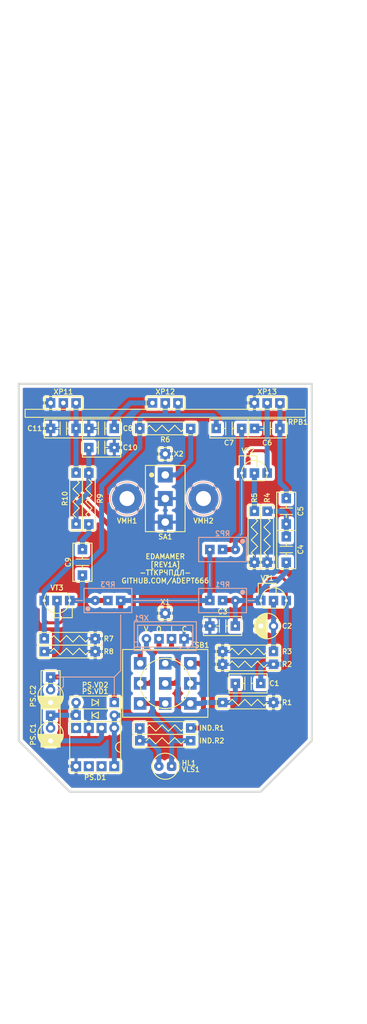
<source format=kicad_pcb>
(kicad_pcb (version 20171130) (host pcbnew 5.1.12-84ad8e8a86~92~ubuntu20.04.1)
  (title_block (title ТКП-1.28.A-1) (date 2024-08-24) (rev 1A) (company "Edamamer [REV1A]") (comment 1 http://github.com/Adept666) (comment 2 "Igor Ivanov (Игорь Иванов)") (comment 3 -ТТКРЧПДЛ-) (comment 4 "This project is licensed under GNU General Public License v3.0 or later"))
  (layers (0 F.Cu jumper) (31 B.Cu signal) (36 B.SilkS user) (37 F.SilkS user) (38 B.Mask user) (39 F.Mask user) (44 Edge.Cuts user))
  (net 0 "")
  (net 1 COM)
  (net 2 "Net-(HL1-PadC)")
  (net 3 /LED)
  (net 4 V)
  (net 5 /IN-CIR)
  (net 6 /IN-CON)
  (net 7 "Net-(SB1-PadNC1)")
  (net 8 /OUT-CIR)
  (net 9 /OUT-CON)
  (net 10 "Net-(C8-Pad1)")
  (net 11 "Net-(C9-Pad1)")
  (net 12 "Net-(C1-Pad2)")
  (net 13 "Net-(C7-Pad1)")
  (net 14 "Net-(C5-Pad2)")
  (net 15 "Net-(C7-Pad2)")
  (net 16 "Net-(C2-Pad+)")
  (net 17 "Net-(C3-Pad1)")
  (net 18 "Net-(C4-Pad2)")
  (net 19 "Net-(C6-Pad2)")
  (net 20 "Net-(C9-Pad2)")
  (net 21 "Net-(C10-Pad1)")
  (net 22 "Net-(C11-Pad1)")
  (net 23 "Net-(PS.C1-Pad-)")
  (net 24 "Net-(PS.C1-Pad+)")
  (net 25 VA)
  (net 26 "Net-(PS.D1-Pad4)")
  (net 27 "Net-(PS.D1-Pad6)")
  (net 28 "Net-(PS.D1-Pad7)")
  (net 29 "Net-(R5-Pad2)")
  (net 30 "Net-(R6-Pad1)")
  (net 31 "Net-(R8-Pad2)")
  (module KCL-TH-ML:SW-MTS-102-A2-3.0-PNL-6.0 (layer F.Cu) (at 105.41 147.32)
    (fp_text reference SA1 (at 0 7.62) (layer F.SilkS) (effects (font (thickness 0.2))))
    (fp_text value MTS-102-A2)
    (pad NC thru_hole rect (at 0 -4.7) (size 3 3) (drill 1.5) (layers *.Cu *.Mask) (net 30 "Net-(R6-Pad1)"))
    (pad COM thru_hole rect (at 0 0) (size 3 3) (drill 1.5) (layers *.Cu *.Mask) (net 1 COM))
    (pad NO thru_hole rect (at 0 4.7) (size 3 3) (drill 1.5) (layers *.Cu *.Mask) (net 1 COM))
  )
  (module KCL-TH-ML:VMH-STA-DA5-PNL-3.0 (layer F.Cu) (at 113.03 147.32)
    (fp_text reference VMH2 (at 0 4.445) (layer F.SilkS) (effects (font (thickness 0.2))))
    (fp_text value DI5M3x18)
    (pad 0 thru_hole circle (at 0 0) (size 6 6) (drill 3) (layers *.Cu *.Mask) (net 1 COM))
  )
  (module KCL-TH-ML:VMH-STA-DA5-PNL-3.0 (layer F.Cu) (at 97.79 147.32)
    (fp_text reference VMH1 (at 0 4.445) (layer F.SilkS) (effects (font (thickness 0.2))))
    (fp_text value DI5M3x18)
    (pad 0 thru_hole circle (at 0 0) (size 6 6) (drill 3) (layers *.Cu *.Mask) (net 1 COM))
  )
  (module SBKCL-TH-ML:P-SOT-23-D-S-G-OR-TO-92-D-S-G (layer F.Cu) (at 127 167.64)
    (fp_text reference VT1 (at -1.27 -4.445) (layer F.SilkS) (effects (font (thickness 0.2))))
    (fp_text value J201)
    (pad G smd rect (at -1.27 -2.37) (size 1 1.4) (layers F.Cu F.Mask) (net 12 "Net-(C1-Pad2)"))
    (pad G thru_hole rect (at 2.54 0) (size 1.9 1.9) (drill 0.6) (layers *.Cu *.Mask) (net 12 "Net-(C1-Pad2)"))
    (pad S thru_hole rect (at 0 0) (size 1.9 1.9) (drill 0.6) (layers *.Cu *.Mask) (net 16 "Net-(C2-Pad+)"))
    (pad D thru_hole rect (at -2.54 0) (size 1.9 1.9) (drill 0.6) (layers *.Cu *.Mask) (net 17 "Net-(C3-Pad1)"))
  )
  (module SBKCL-TH-ML:P-SOT-23-D-S-G-OR-TO-92-D-S-G (layer F.Cu) (at 83.82 167.64 180)
    (fp_text reference VT3 (at 0 2.54) (layer F.SilkS) (effects (font (thickness 0.2))))
    (fp_text value 5457)
    (pad G smd rect (at -1.27 -2.37 180) (size 1 1.4) (layers F.Cu F.Mask) (net 15 "Net-(C7-Pad2)"))
    (pad G thru_hole rect (at 2.54 0 180) (size 1.9 1.9) (drill 0.6) (layers *.Cu *.Mask) (net 15 "Net-(C7-Pad2)"))
    (pad S thru_hole rect (at 0 0 180) (size 1.9 1.9) (drill 0.6) (layers *.Cu *.Mask) (net 31 "Net-(R8-Pad2)"))
    (pad D thru_hole rect (at -2.54 0 180) (size 1.9 1.9) (drill 0.6) (layers *.Cu *.Mask) (net 11 "Net-(C9-Pad1)"))
  )
  (module SBKCL-TH-ML:P-SOT-23-D-S-G-OR-TO-92-D-S-G (layer F.Cu) (at 123.19 142.24)
    (fp_text reference VT2 (at -1.27 -4.445) (layer F.SilkS) (effects (font (thickness 0.2))))
    (fp_text value J201)
    (pad G smd rect (at -1.27 -2.37) (size 1 1.4) (layers F.Cu F.Mask) (net 19 "Net-(C6-Pad2)"))
    (pad G thru_hole rect (at 2.54 0) (size 1.9 1.9) (drill 0.6) (layers *.Cu *.Mask) (net 19 "Net-(C6-Pad2)"))
    (pad S thru_hole rect (at 0 0) (size 1.9 1.9) (drill 0.6) (layers *.Cu *.Mask) (net 29 "Net-(R5-Pad2)"))
    (pad D thru_hole rect (at -2.54 0) (size 1.9 1.9) (drill 0.6) (layers *.Cu *.Mask) (net 13 "Net-(C7-Pad1)"))
  )
  (module KCL-TH-ML:LED-ROUND-05.0-UNI-SH-SPACER-PNL-5.3 (layer F.Cu) (at 105.41 200.66)
    (fp_text reference HL1 (at 3.175 -0.635) (layer F.SilkS) (effects (font (thickness 0.2)) (justify left)))
    (fp_text value FYL-5013URC)
    (pad C thru_hole circle (at -1.27 0) (size 1.9 1.9) (drill 0.7) (layers *.Cu *.Mask) (net 2 "Net-(HL1-PadC)"))
    (pad A thru_hole roundrect (at 1.27 0) (size 1.9 1.9) (drill 0.7) (layers *.Cu *.Mask) (roundrect_rratio 0.3) (net 4 V))
  )
  (module KCL-TH-ML:CON-PAD-S-1.0-1.9 (layer F.Cu) (at 105.41 138.43)
    (fp_text reference X2 (at 1.5875 0) (layer F.SilkS) (effects (font (thickness 0.2)) (justify left)))
    (fp_text value COM)
    (pad 1 thru_hole rect (at 0 0) (size 1.9 1.9) (drill 1) (layers *.Cu *.Mask) (net 1 COM))
  )
  (module KCL-TH-ML:CON-PAD-S-1.0-1.9 (layer F.Cu) (at 105.41 170.18)
    (fp_text reference X1 (at 0 -2.2225) (layer F.SilkS) (effects (font (thickness 0.2))))
    (fp_text value COM)
    (pad 1 thru_hole rect (at 0 0) (size 1.9 1.9) (drill 1) (layers *.Cu *.Mask) (net 1 COM))
  )
  (module KCL-VIRTUAL:VLS-BR (layer F.Cu) (at 105.41 200.66)
    (fp_text reference VLS1 (at 3.175 0.635) (layer F.SilkS) (effects (font (thickness 0.2)) (justify left)))
    (fp_text value BR-12.7)
  )
  (module SBEL:1590N1_A1 (layer F.Cu) (at 105.41 148.59)
    (fp_text reference VE1 hide)
    (fp_text value 1590N1 hide)
  )
  (module KCL-TH-ML:SW-PBS-24-302SP-2.5-PNL-13.0 (layer F.Cu) (at 105.41 184.15)
    (fp_text reference SB1 (at 8.89 -7.62) (layer F.SilkS) (effects (font (thickness 0.2)) (justify right)))
    (fp_text value PBS-24-302SP)
    (pad COM3 thru_hole rect (at 5 0) (size 2.5 2.5) (drill 1.3) (layers *.Cu *.Mask) (net 1 COM))
    (pad NC3 thru_hole rect (at 5 4) (size 2.5 2.5) (drill 1.3) (layers *.Cu *.Mask) (net 5 /IN-CIR))
    (pad NO3 thru_hole rect (at 5 -4) (size 2.5 2.5) (drill 1.3) (layers *.Cu *.Mask) (net 3 /LED))
    (pad COM2 thru_hole rect (at 0 0) (size 2.5 2.5) (drill 1.3) (layers *.Cu *.Mask) (net 6 /IN-CON))
    (pad NC2 thru_hole rect (at 0 4) (size 2.5 2.5) (drill 1.3) (layers *.Cu *.Mask) (net 7 "Net-(SB1-PadNC1)"))
    (pad NO2 thru_hole rect (at 0 -4) (size 2.5 2.5) (drill 1.3) (layers *.Cu *.Mask) (net 5 /IN-CIR))
    (pad NO1 thru_hole rect (at -5 -4) (size 2.5 2.5) (drill 1.3) (layers *.Cu *.Mask) (net 8 /OUT-CIR))
    (pad COM1 thru_hole rect (at -5 0) (size 2.5 2.5) (drill 1.3) (layers *.Cu *.Mask) (net 9 /OUT-CON))
    (pad NC1 thru_hole rect (at -5 4) (size 2.5 2.5) (drill 1.3) (layers *.Cu *.Mask) (net 7 "Net-(SB1-PadNC1)"))
  )
  (module SBKCL-TH-ML:RPB-1590N1-18-3x17-1.6-PNL-7.4-2.8 (layer F.Cu) (at 105.41 117.04)
    (fp_text reference RPB1 (at 28.575 15.04) (layer F.SilkS) (effects (font (thickness 0.2)) (justify right)))
    (fp_text value A100K-A500K-A500K)
    (fp_text user XP12 (at 0 9.0075) (layer F.SilkS) (effects (font (thickness 0.2))))
    (fp_text user XP11 (at -20.32 9.0075) (layer F.SilkS) (effects (font (thickness 0.2))))
    (fp_text user XP13 (at 20.32 9.0075) (layer F.SilkS) (effects (font (thickness 0.2))))
    (pad 13 thru_hole rect (at -17.78 11.23) (size 1.9 1.9) (drill 0.9) (layers *.Cu *.Mask) (net 22 "Net-(C11-Pad1)"))
    (pad 12 thru_hole rect (at -20.32 11.23) (size 1.9 1.9) (drill 0.9) (layers *.Cu *.Mask) (net 8 /OUT-CIR))
    (pad 11 thru_hole rect (at -22.86 11.23) (size 1.9 1.9) (drill 0.9) (layers *.Cu *.Mask) (net 1 COM))
    (pad 21 thru_hole rect (at -2.54 11.23) (size 1.9 1.9) (drill 0.9) (layers *.Cu *.Mask) (net 10 "Net-(C8-Pad1)"))
    (pad 22 thru_hole rect (at 0 11.23) (size 1.9 1.9) (drill 0.9) (layers *.Cu *.Mask) (net 15 "Net-(C7-Pad2)"))
    (pad 23 thru_hole rect (at 2.54 11.23) (size 1.9 1.9) (drill 0.9) (layers *.Cu *.Mask) (net 15 "Net-(C7-Pad2)"))
    (pad 33 thru_hole rect (at 22.86 11.23) (size 1.9 1.9) (drill 0.9) (layers *.Cu *.Mask) (net 14 "Net-(C5-Pad2)"))
    (pad 32 thru_hole rect (at 20.32 11.23) (size 1.9 1.9) (drill 0.9) (layers *.Cu *.Mask) (net 19 "Net-(C6-Pad2)"))
    (pad 31 thru_hole rect (at 17.78 11.23) (size 1.9 1.9) (drill 0.9) (layers *.Cu *.Mask) (net 1 COM))
  )
  (module KCL-TH-ML:RP-3296W (layer B.Cu) (at 93.98 167.64)
    (fp_text reference RP3 (at 0 -3.175) (layer B.SilkS) (effects (font (thickness 0.2)) (justify mirror)))
    (fp_text value 50K)
    (pad 1 thru_hole circle (at -2.54 0) (size 1.9 1.9) (drill 0.6) (layers *.Cu *.Mask) (net 11 "Net-(C9-Pad1)"))
    (pad 2 thru_hole rect (at 0 0) (size 1.9 1.9) (drill 0.6) (layers *.Cu *.Mask) (net 11 "Net-(C9-Pad1)"))
    (pad 3 thru_hole rect (at 2.54 0) (size 1.9 1.9) (drill 0.6) (layers *.Cu *.Mask) (net 25 VA))
  )
  (module KCL-TH-ML:RP-3296W (layer B.Cu) (at 116.84 157.48 180)
    (fp_text reference RP2 (at 0 3.175) (layer B.SilkS) (effects (font (thickness 0.2)) (justify mirror)))
    (fp_text value 100K)
    (pad 1 thru_hole circle (at -2.54 0 180) (size 1.9 1.9) (drill 0.6) (layers *.Cu *.Mask) (net 13 "Net-(C7-Pad1)"))
    (pad 2 thru_hole rect (at 0 0 180) (size 1.9 1.9) (drill 0.6) (layers *.Cu *.Mask) (net 13 "Net-(C7-Pad1)"))
    (pad 3 thru_hole rect (at 2.54 0 180) (size 1.9 1.9) (drill 0.6) (layers *.Cu *.Mask) (net 25 VA))
  )
  (module KCL-TH-ML:RP-3296W (layer B.Cu) (at 116.84 167.64 180)
    (fp_text reference RP1 (at 0 3.175) (layer B.SilkS) (effects (font (thickness 0.2)) (justify mirror)))
    (fp_text value 100K)
    (pad 1 thru_hole circle (at -2.54 0 180) (size 1.9 1.9) (drill 0.6) (layers *.Cu *.Mask) (net 17 "Net-(C3-Pad1)"))
    (pad 2 thru_hole rect (at 0 0 180) (size 1.9 1.9) (drill 0.6) (layers *.Cu *.Mask) (net 17 "Net-(C3-Pad1)"))
    (pad 3 thru_hole rect (at 2.54 0 180) (size 1.9 1.9) (drill 0.6) (layers *.Cu *.Mask) (net 25 VA))
  )
  (module KCL-TH-ML:P-DO-41 (layer F.Cu) (at 91.44 187.96)
    (fp_text reference PS.VD2 (at 0 -3.4925) (layer F.SilkS) (effects (font (thickness 0.2))))
    (fp_text value 400x)
    (pad C thru_hole rect (at 3.81 0) (size 1.9 1.9) (drill 0.9) (layers *.Cu *.Mask) (net 25 VA))
    (pad A thru_hole circle (at -3.81 0) (size 1.9 1.9) (drill 0.9) (layers *.Cu *.Mask) (net 24 "Net-(PS.C1-Pad+)"))
  )
  (module KCL-TH-ML:P-DO-41 (layer F.Cu) (at 91.44 190.5 180)
    (fp_text reference PS.VD1 (at 0 4.7625) (layer F.SilkS) (effects (font (thickness 0.2))))
    (fp_text value 400x)
    (pad C thru_hole rect (at 3.81 0 180) (size 1.9 1.9) (drill 0.9) (layers *.Cu *.Mask) (net 24 "Net-(PS.C1-Pad+)"))
    (pad A thru_hole circle (at -3.81 0 180) (size 1.9 1.9) (drill 0.9) (layers *.Cu *.Mask) (net 4 V))
  )
  (module KCL:P-DIP-08 (layer F.Cu) (at 91.44 196.85 270)
    (fp_text reference PS.D1 (at 6.0325 0) (layer F.SilkS) (effects (font (thickness 0.2))))
    (fp_text value 7660S)
    (pad 1 thru_hole circle (at -3.81 -3.81 270) (size 2 2) (drill 1) (layers *.Cu *.Mask) (net 4 V))
    (pad 2 thru_hole rect (at -3.81 -1.27 270) (size 2 2) (drill 1) (layers *.Cu *.Mask) (net 23 "Net-(PS.C1-Pad-)"))
    (pad 3 thru_hole rect (at -3.81 1.27 270) (size 2 2) (drill 1) (layers *.Cu *.Mask) (net 1 COM))
    (pad 4 thru_hole rect (at -3.81 3.81 270) (size 2 2) (drill 1) (layers *.Cu *.Mask) (net 26 "Net-(PS.D1-Pad4)"))
    (pad 5 thru_hole rect (at 3.81 3.81 270) (size 2 2) (drill 1) (layers *.Cu *.Mask) (net 1 COM))
    (pad 6 thru_hole rect (at 3.81 1.27 270) (size 2 2) (drill 1) (layers *.Cu *.Mask) (net 27 "Net-(PS.D1-Pad6)"))
    (pad 7 thru_hole rect (at 3.81 -1.27 270) (size 2 2) (drill 1) (layers *.Cu *.Mask) (net 28 "Net-(PS.D1-Pad7)"))
    (pad 8 thru_hole rect (at 3.81 -3.81 270) (size 2 2) (drill 1) (layers *.Cu *.Mask) (net 4 V))
  )
  (module SBKCL-TH-ML:C-DISK-D04.2-T03.0-P05.08-d0.5-OR-CP-RADIAL-D05.0-P02.0-CLS (layer F.Cu) (at 82.55 185.42 270)
    (fp_text reference PS.C2 (at 1.27 3.4925 90) (layer F.SilkS) (effects (font (thickness 0.2))))
    (fp_text value 105)
    (pad + thru_hole rect (at -2.54 0 270) (size 1.9 1.9) (drill 0.6) (layers *.Cu *.Mask) (net 25 VA))
    (pad + thru_hole circle (at 0 0 270) (size 1.9 1.9) (drill 1) (layers *.Cu *.Mask) (net 25 VA))
    (pad - thru_hole rect (at 2.54 0 270) (size 1.9 1.9) (drill 1) (layers *.Cu *.Mask) (net 1 COM))
  )
  (module SBKCL-TH-ML:C-DISK-D04.2-T03.0-P05.08-d0.5-OR-CP-RADIAL-D05.0-P02.0-CLS (layer F.Cu) (at 82.55 193.04 270)
    (fp_text reference PS.C1 (at 1.27 3.4925 90) (layer F.SilkS) (effects (font (thickness 0.2))))
    (fp_text value 105)
    (pad + thru_hole rect (at -2.54 0 270) (size 1.9 1.9) (drill 0.6) (layers *.Cu *.Mask) (net 24 "Net-(PS.C1-Pad+)"))
    (pad + thru_hole circle (at 0 0 270) (size 1.9 1.9) (drill 1) (layers *.Cu *.Mask) (net 24 "Net-(PS.C1-Pad+)"))
    (pad - thru_hole rect (at 2.54 0 270) (size 1.9 1.9) (drill 1) (layers *.Cu *.Mask) (net 23 "Net-(PS.C1-Pad-)"))
  )
  (module KCL-TH-ML:C-DISK-D04.2-T03.0-P05.08-d0.5 (layer F.Cu) (at 85.09 133.35 180)
    (fp_text reference C11 (at 4.1275 0) (layer F.SilkS) (effects (font (thickness 0.2)) (justify right)))
    (fp_text value 332)
    (pad 1 thru_hole rect (at -2.54 0 180) (size 1.9 1.9) (drill 0.6) (layers *.Cu *.Mask) (net 22 "Net-(C11-Pad1)"))
    (pad 2 thru_hole rect (at 2.54 0 180) (size 1.9 1.9) (drill 0.6) (layers *.Cu *.Mask) (net 1 COM))
  )
  (module KCL-TH-ML:C-DISK-D04.2-T03.0-P05.08-d0.5 (layer F.Cu) (at 92.71 137.16)
    (fp_text reference C10 (at 4.1275 0) (layer F.SilkS) (effects (font (thickness 0.2)) (justify left)))
    (fp_text value 332)
    (pad 1 thru_hole rect (at -2.54 0) (size 1.9 1.9) (drill 0.6) (layers *.Cu *.Mask) (net 21 "Net-(C10-Pad1)"))
    (pad 2 thru_hole rect (at 2.54 0) (size 1.9 1.9) (drill 0.6) (layers *.Cu *.Mask) (net 1 COM))
  )
  (module KCL-TH-ML:C-DISK-D04.2-T03.0-P05.08-d0.5 (layer F.Cu) (at 125.73 133.35 180)
    (fp_text reference C6 (at 0 -2.8575) (layer F.SilkS) (effects (font (thickness 0.2))))
    (fp_text value 471)
    (pad 2 thru_hole rect (at 2.54 0 180) (size 1.9 1.9) (drill 0.6) (layers *.Cu *.Mask) (net 19 "Net-(C6-Pad2)"))
    (pad 1 thru_hole rect (at -2.54 0 180) (size 1.9 1.9) (drill 0.6) (layers *.Cu *.Mask) (net 14 "Net-(C5-Pad2)"))
  )
  (module KCL-TH-ML:C-DISK-D04.2-T03.0-P05.08-d0.5 (layer F.Cu) (at 129.54 157.48 90)
    (fp_text reference C4 (at 0 2.8575 90) (layer F.SilkS) (effects (font (thickness 0.2))))
    (fp_text value 472)
    (pad 1 thru_hole rect (at -2.54 0 90) (size 1.9 1.9) (drill 0.6) (layers *.Cu *.Mask) (net 17 "Net-(C3-Pad1)"))
    (pad 2 thru_hole rect (at 2.54 0 90) (size 1.9 1.9) (drill 0.6) (layers *.Cu *.Mask) (net 18 "Net-(C4-Pad2)"))
  )
  (module KCL-TH-ML:C-DISK-D04.2-T03.0-P05.08-d0.5 (layer F.Cu) (at 116.84 172.72 180)
    (fp_text reference C3 (at 0 2.8575) (layer F.SilkS) (effects (font (thickness 0.2))))
    (fp_text value 471)
    (pad 1 thru_hole rect (at -2.54 0 180) (size 1.9 1.9) (drill 0.6) (layers *.Cu *.Mask) (net 17 "Net-(C3-Pad1)"))
    (pad 2 thru_hole rect (at 2.54 0 180) (size 1.9 1.9) (drill 0.6) (layers *.Cu *.Mask) (net 1 COM))
  )
  (module KCL-TH-ML:CP-RADIAL-D05.0-P02.0-CLS (layer F.Cu) (at 125.73 172.72 180)
    (fp_text reference C2 (at -2.8575 0) (layer F.SilkS) (effects (font (thickness 0.2)) (justify left)))
    (fp_text value 336)
    (pad - thru_hole roundrect (at 1.27 0 180) (size 1.9 1.9) (drill 1) (layers *.Cu *.Mask) (roundrect_rratio 0.3) (net 1 COM))
    (pad + thru_hole circle (at -1.27 0 180) (size 1.9 1.9) (drill 1) (layers *.Cu *.Mask) (net 16 "Net-(C2-Pad+)"))
  )
  (module KCL-TH-ML:R-MFR-25 (layer F.Cu) (at 121.92 187.96 180)
    (fp_text reference R1 (at -6.6675 0) (layer F.SilkS) (effects (font (thickness 0.2)) (justify left)))
    (fp_text value 105)
    (pad 2 thru_hole rect (at 5.08 0 180) (size 1.9 1.9) (drill 0.7) (layers *.Cu *.Mask) (net 5 /IN-CIR))
    (pad 1 thru_hole rect (at -5.08 0 180) (size 1.9 1.9) (drill 0.7) (layers *.Cu *.Mask) (net 1 COM))
  )
  (module SBKCL-VIRTUAL:XB-1590N1 (layer F.Cu) (at 105.41 90.17)
    (fp_text reference XB1 hide)
    (fp_text value "1590N1 Connector Board" hide)
  )
  (module KCL-TH-ML:CON-XH-B4B-A (layer B.Cu) (at 105.41 175.26)
    (fp_text reference XP1 (at -6.35 -4.1275) (layer B.SilkS) (effects (font (thickness 0.2)) (justify right mirror)))
    (fp_text value B4B-XH-A)
    (pad 4 thru_hole rect (at 3.75 0) (size 1.9 1.9) (drill 0.9) (layers *.Cu *.Mask) (net 1 COM))
    (pad 3 thru_hole rect (at 1.25 0) (size 1.9 1.9) (drill 0.9) (layers *.Cu *.Mask) (net 6 /IN-CON))
    (pad 2 thru_hole rect (at -1.25 0) (size 1.9 1.9) (drill 0.9) (layers *.Cu *.Mask) (net 9 /OUT-CON))
    (pad 1 thru_hole circle (at -3.75 0) (size 1.9 1.9) (drill 0.9) (layers *.Cu *.Mask) (net 4 V))
  )
  (module KCL-TH-ML:R-MFR-25 (layer F.Cu) (at 86.36 175.26 180)
    (fp_text reference R7 (at -6.6675 0) (layer F.SilkS) (effects (font (thickness 0.2)) (justify left)))
    (fp_text value 474)
    (pad 2 thru_hole rect (at 5.08 0 180) (size 1.9 1.9) (drill 0.7) (layers *.Cu *.Mask) (net 15 "Net-(C7-Pad2)"))
    (pad 1 thru_hole rect (at -5.08 0 180) (size 1.9 1.9) (drill 0.7) (layers *.Cu *.Mask) (net 1 COM))
  )
  (module KCL-TH-ML:R-MFR-25 (layer F.Cu) (at 123.19 154.94 90)
    (fp_text reference R5 (at 6.6675 0 90) (layer F.SilkS) (effects (font (thickness 0.2)) (justify left)))
    (fp_text value 272)
    (pad 2 thru_hole rect (at 5.08 0 90) (size 1.9 1.9) (drill 0.7) (layers *.Cu *.Mask) (net 29 "Net-(R5-Pad2)"))
    (pad 1 thru_hole rect (at -5.08 0 90) (size 1.9 1.9) (drill 0.7) (layers *.Cu *.Mask) (net 1 COM))
  )
  (module KCL-TH-ML:R-MFR-25 (layer F.Cu) (at 125.73 154.94 90)
    (fp_text reference R4 (at 6.6675 0 90) (layer F.SilkS) (effects (font (thickness 0.2)) (justify left)))
    (fp_text value 474)
    (pad 2 thru_hole rect (at 5.08 0 90) (size 1.9 1.9) (drill 0.7) (layers *.Cu *.Mask) (net 18 "Net-(C4-Pad2)"))
    (pad 1 thru_hole rect (at -5.08 0 90) (size 1.9 1.9) (drill 0.7) (layers *.Cu *.Mask) (net 1 COM))
  )
  (module KCL-TH-ML:R-MFR-25 (layer F.Cu) (at 90.17 147.32 90)
    (fp_text reference R9 (at 0 2.2225 90) (layer F.SilkS) (effects (font (thickness 0.2))))
    (fp_text value 123)
    (pad 1 thru_hole rect (at -5.08 0 90) (size 1.9 1.9) (drill 0.7) (layers *.Cu *.Mask) (net 20 "Net-(C9-Pad2)"))
    (pad 2 thru_hole rect (at 5.08 0 90) (size 1.9 1.9) (drill 0.7) (layers *.Cu *.Mask) (net 21 "Net-(C10-Pad1)"))
  )
  (module KCL-TH-ML:R-MFR-25 (layer F.Cu) (at 86.36 177.8 180)
    (fp_text reference R8 (at -6.6675 0) (layer F.SilkS) (effects (font (thickness 0.2)) (justify left)))
    (fp_text value 221)
    (pad 2 thru_hole rect (at 5.08 0 180) (size 1.9 1.9) (drill 0.7) (layers *.Cu *.Mask) (net 31 "Net-(R8-Pad2)"))
    (pad 1 thru_hole rect (at -5.08 0 180) (size 1.9 1.9) (drill 0.7) (layers *.Cu *.Mask) (net 1 COM))
  )
  (module KCL-TH-ML:R-MFR-25 (layer F.Cu) (at 105.41 133.35 180)
    (fp_text reference R6 (at 0 -2.2225) (layer F.SilkS) (effects (font (thickness 0.2))))
    (fp_text value 124)
    (pad 1 thru_hole rect (at -5.08 0 180) (size 1.9 1.9) (drill 0.7) (layers *.Cu *.Mask) (net 30 "Net-(R6-Pad1)"))
    (pad 2 thru_hole rect (at 5.08 0 180) (size 1.9 1.9) (drill 0.7) (layers *.Cu *.Mask) (net 15 "Net-(C7-Pad2)"))
  )
  (module KCL-TH-ML:R-MFR-25 (layer F.Cu) (at 87.63 147.32 90)
    (fp_text reference R10 (at 0 -2.2225 90) (layer F.SilkS) (effects (font (thickness 0.2))))
    (fp_text value 123)
    (pad 1 thru_hole rect (at -5.08 0 90) (size 1.9 1.9) (drill 0.7) (layers *.Cu *.Mask) (net 21 "Net-(C10-Pad1)"))
    (pad 2 thru_hole rect (at 5.08 0 90) (size 1.9 1.9) (drill 0.7) (layers *.Cu *.Mask) (net 22 "Net-(C11-Pad1)"))
  )
  (module KCL-TH-ML:R-MFR-25 (layer F.Cu) (at 121.92 180.34)
    (fp_text reference R2 (at 6.6675 0) (layer F.SilkS) (effects (font (thickness 0.2)) (justify left)))
    (fp_text value 105)
    (pad 2 thru_hole rect (at 5.08 0) (size 1.9 1.9) (drill 0.7) (layers *.Cu *.Mask) (net 12 "Net-(C1-Pad2)"))
    (pad 1 thru_hole rect (at -5.08 0) (size 1.9 1.9) (drill 0.7) (layers *.Cu *.Mask) (net 1 COM))
  )
  (module KCL-TH-ML:R-MFR-25 (layer F.Cu) (at 121.92 177.8)
    (fp_text reference R3 (at 6.6675 0) (layer F.SilkS) (effects (font (thickness 0.2)) (justify left)))
    (fp_text value 152)
    (pad 2 thru_hole rect (at 5.08 0) (size 1.9 1.9) (drill 0.7) (layers *.Cu *.Mask) (net 16 "Net-(C2-Pad+)"))
    (pad 1 thru_hole rect (at -5.08 0) (size 1.9 1.9) (drill 0.7) (layers *.Cu *.Mask) (net 1 COM))
  )
  (module KCL-TH-ML:C-DISK-D04.2-T03.0-P05.08-d0.5 (layer F.Cu) (at 121.92 184.15)
    (fp_text reference C1 (at 4.1275 0) (layer F.SilkS) (effects (font (thickness 0.2)) (justify left)))
    (fp_text value 223)
    (pad 2 thru_hole rect (at 2.54 0) (size 1.9 1.9) (drill 0.6) (layers *.Cu *.Mask) (net 12 "Net-(C1-Pad2)"))
    (pad 1 thru_hole rect (at -2.54 0) (size 1.9 1.9) (drill 0.6) (layers *.Cu *.Mask) (net 5 /IN-CIR))
  )
  (module KCL-TH-ML:C-DISK-D04.2-T03.0-P05.08-d0.5 (layer F.Cu) (at 92.71 133.35 180)
    (fp_text reference C8 (at -4.1275 0) (layer F.SilkS) (effects (font (thickness 0.2)) (justify left)))
    (fp_text value 472)
    (pad 1 thru_hole rect (at -2.54 0 180) (size 1.9 1.9) (drill 0.6) (layers *.Cu *.Mask) (net 10 "Net-(C8-Pad1)"))
    (pad 2 thru_hole rect (at 2.54 0 180) (size 1.9 1.9) (drill 0.6) (layers *.Cu *.Mask) (net 1 COM))
  )
  (module KCL-TH-ML:C-DISK-D04.2-T03.0-P05.08-d0.5 (layer F.Cu) (at 88.9 160.02 90)
    (fp_text reference C9 (at 0 -2.8575 90) (layer F.SilkS) (effects (font (thickness 0.2))))
    (fp_text value 103)
    (pad 2 thru_hole rect (at 2.54 0 90) (size 1.9 1.9) (drill 0.6) (layers *.Cu *.Mask) (net 20 "Net-(C9-Pad2)"))
    (pad 1 thru_hole rect (at -2.54 0 90) (size 1.9 1.9) (drill 0.6) (layers *.Cu *.Mask) (net 11 "Net-(C9-Pad1)"))
  )
  (module KCL-TH-ML:C-DISK-D04.2-T03.0-P05.08-d0.5 (layer F.Cu) (at 129.54 149.86 90)
    (fp_text reference C5 (at 0 2.8575 90) (layer F.SilkS) (effects (font (thickness 0.2))))
    (fp_text value 472)
    (pad 2 thru_hole rect (at 2.54 0 90) (size 1.9 1.9) (drill 0.6) (layers *.Cu *.Mask) (net 14 "Net-(C5-Pad2)"))
    (pad 1 thru_hole rect (at -2.54 0 90) (size 1.9 1.9) (drill 0.6) (layers *.Cu *.Mask) (net 18 "Net-(C4-Pad2)"))
  )
  (module KCL-TH-ML:C-DISK-D04.2-T03.0-P05.08-d0.5 (layer F.Cu) (at 118.11 133.35 180)
    (fp_text reference C7 (at 0 -2.8575) (layer F.SilkS) (effects (font (thickness 0.2))))
    (fp_text value 103)
    (pad 1 thru_hole rect (at -2.54 0 180) (size 1.9 1.9) (drill 0.6) (layers *.Cu *.Mask) (net 13 "Net-(C7-Pad1)"))
    (pad 2 thru_hole rect (at 2.54 0 180) (size 1.9 1.9) (drill 0.6) (layers *.Cu *.Mask) (net 15 "Net-(C7-Pad2)"))
  )
  (module KCL-TH-ML:R-MFR-25 (layer F.Cu) (at 105.41 195.58)
    (fp_text reference IND.R2 (at 6.6675 0) (layer F.SilkS) (effects (font (thickness 0.2)) (justify left)))
    (fp_text value X)
    (pad 2 thru_hole rect (at 5.08 0) (size 1.9 1.9) (drill 0.7) (layers *.Cu *.Mask) (net 4 V))
    (pad 1 thru_hole rect (at -5.08 0) (size 1.9 1.9) (drill 0.7) (layers *.Cu *.Mask) (net 2 "Net-(HL1-PadC)"))
  )
  (module KCL-TH-ML:R-MFR-25 (layer F.Cu) (at 105.41 193.04 180)
    (fp_text reference IND.R1 (at -6.6675 0) (layer F.SilkS) (effects (font (thickness 0.2)) (justify left)))
    (fp_text value 472)
    (pad 2 thru_hole rect (at 5.08 0 180) (size 1.9 1.9) (drill 0.7) (layers *.Cu *.Mask) (net 2 "Net-(HL1-PadC)"))
    (pad 1 thru_hole rect (at -5.08 0 180) (size 1.9 1.9) (drill 0.7) (layers *.Cu *.Mask) (net 3 /LED))
  )
  (gr_line (start 85.09 184.785) (end 84.455 185.42) (layer B.SilkS) (width 0.2))
  (gr_line (start 120.65 154.305) (end 120.3325 154.6225) (layer B.SilkS) (width 0.2))
  (gr_line (start 120.65 143.51) (end 120.65 154.305) (layer B.SilkS) (width 0.2))
  (gr_line (start 88.9 167.64) (end 87.63 167.64) (layer B.SilkS) (width 0.2))
  (gr_line (start 123.19 167.64) (end 121.92 167.64) (layer B.SilkS) (width 0.2))
  (gr_line (start 84.455 185.42) (end 83.82 185.42) (layer B.SilkS) (width 0.2))
  (gr_line (start 85.09 182.88) (end 85.09 184.785) (layer B.SilkS) (width 0.2))
  (gr_line (start 96.52 181.61) (end 95.25 182.88) (layer B.SilkS) (width 0.2))
  (gr_line (start 95.25 182.88) (end 95.25 186.69) (layer B.SilkS) (width 0.2))
  (gr_line (start 96.52 170.4975) (end 96.52 181.61) (layer B.SilkS) (width 0.2))
  (gr_line (start 114.3 160.3375) (end 114.3 164.7825) (layer B.SilkS) (width 0.2))
  (gr_line (start 95.25 182.88) (end 83.82 182.88) (layer B.SilkS) (width 0.2))
  (gr_line (start 111.76 167.64) (end 99.06 167.64) (layer B.SilkS) (width 0.2))
  (gr_text C (at 109.22 173.355) (layer F.SilkS) (effects (font (size 1 1) (thickness 0.2))))
  (gr_text I (at 106.68 173.355) (layer F.SilkS) (effects (font (size 1 1) (thickness 0.2))))
  (gr_text O (at 104.14 173.355) (layer F.SilkS) (effects (font (size 1 1) (thickness 0.2))))
  (gr_text V (at 101.6 173.355) (layer F.SilkS) (effects (font (size 1 1) (thickness 0.2))))
  (gr_text "EDAMAMER\n[REV1A]\n-ТТКРЧПДЛ-\nGITHUB.COM/ADEPT666" (at 105.41 161.29) (layer F.SilkS) (effects (font (size 1 1) (thickness 0.2))))
  (gr_line (start 124.46 205.74) (end 134.62 195.58) (layer Edge.Cuts) (width 0.4))
  (gr_line (start 76.2 195.58) (end 86.36 205.74) (layer Edge.Cuts) (width 0.4))
  (gr_line (start 76.2 124.46) (end 134.62 124.46) (layer Edge.Cuts) (width 0.4))
  (gr_line (start 134.62 124.46) (end 134.62 195.58) (layer Edge.Cuts) (width 0.4))
  (gr_line (start 76.2 124.46) (end 76.2 195.58) (layer Edge.Cuts) (width 0.4))
  (gr_line (start 86.36 205.74) (end 124.46 205.74) (layer Edge.Cuts) (width 0.4))
  (segment (start 100.33 195.58) (end 102.235 195.58) (width 1) (layer B.Cu) (net 2))
  (segment (start 102.235 195.58) (end 104.14 197.485) (width 1) (layer B.Cu) (net 2))
  (segment (start 104.14 197.485) (end 104.14 200.66) (width 1) (layer B.Cu) (net 2))
  (segment (start 100.33 193.04) (end 100.33 195.58) (width 1) (layer B.Cu) (net 2))
  (segment (start 110.41 180.15) (end 112.205 180.15) (width 1) (layer F.Cu) (net 3))
  (segment (start 112.205 180.15) (end 113.03 180.975) (width 1) (layer F.Cu) (net 3))
  (segment (start 113.03 180.975) (end 113.03 192.405) (width 1) (layer F.Cu) (net 3))
  (segment (start 112.395 193.04) (end 113.03 192.405) (width 1) (layer F.Cu) (net 3))
  (segment (start 110.49 193.04) (end 112.395 193.04) (width 1) (layer F.Cu) (net 3))
  (segment (start 101.66 175.26) (end 101.66 177.225) (width 1) (layer B.Cu) (net 4))
  (segment (start 101.66 177.225) (end 102.87 178.435) (width 1) (layer B.Cu) (net 4))
  (segment (start 102.87 178.435) (end 102.87 190.5) (width 1) (layer B.Cu) (net 4))
  (segment (start 102.87 190.5) (end 106.68 194.31) (width 1) (layer B.Cu) (net 4))
  (segment (start 106.68 195.58) (end 110.49 195.58) (width 1) (layer B.Cu) (net 4))
  (segment (start 106.68 194.31) (end 106.68 195.58) (width 1) (layer B.Cu) (net 4))
  (segment (start 106.68 195.58) (end 106.68 200.66) (width 1) (layer B.Cu) (net 4))
  (segment (start 95.25 193.04) (end 95.25 190.5) (width 1) (layer B.Cu) (net 4))
  (segment (start 95.25 193.04) (end 95.25 200.66) (width 1) (layer B.Cu) (net 4))
  (segment (start 95.25 190.5) (end 102.87 190.5) (width 1) (layer B.Cu) (net 4))
  (segment (start 107.125 180.15) (end 105.41 180.15) (width 1) (layer B.Cu) (net 5))
  (segment (start 107.95 180.975) (end 107.125 180.15) (width 1) (layer B.Cu) (net 5))
  (segment (start 107.95 187.6425) (end 107.95 180.975) (width 1) (layer B.Cu) (net 5))
  (segment (start 108.4575 188.15) (end 107.95 187.6425) (width 1) (layer B.Cu) (net 5))
  (segment (start 110.41 188.15) (end 108.4575 188.15) (width 1) (layer B.Cu) (net 5))
  (segment (start 112.84 188.15) (end 110.41 188.15) (width 1) (layer B.Cu) (net 5))
  (segment (start 113.03 187.96) (end 112.84 188.15) (width 1) (layer B.Cu) (net 5))
  (segment (start 116.84 187.96) (end 113.03 187.96) (width 1) (layer B.Cu) (net 5))
  (segment (start 118.745 187.96) (end 119.38 187.325) (width 1) (layer B.Cu) (net 5))
  (segment (start 119.38 184.15) (end 119.38 187.325) (width 1) (layer B.Cu) (net 5))
  (segment (start 116.84 187.96) (end 118.745 187.96) (width 1) (layer B.Cu) (net 5))
  (segment (start 105.41 184.15) (end 107.315 184.15) (width 1) (layer F.Cu) (net 6))
  (segment (start 107.315 184.15) (end 107.95 183.515) (width 1) (layer F.Cu) (net 6))
  (segment (start 107.95 183.515) (end 107.95 178.435) (width 1) (layer F.Cu) (net 6))
  (segment (start 106.66 177.145) (end 107.95 178.435) (width 1) (layer F.Cu) (net 6))
  (segment (start 106.66 175.26) (end 106.66 177.145) (width 1) (layer F.Cu) (net 6))
  (segment (start 100.41 188.15) (end 105.41 188.15) (width 1) (layer F.Cu) (net 7))
  (segment (start 99.06 176.53) (end 100.41 177.88) (width 1) (layer F.Cu) (net 8))
  (segment (start 100.41 177.88) (end 100.41 180.15) (width 1) (layer F.Cu) (net 8))
  (segment (start 99.06 157.48) (end 99.06 176.53) (width 1) (layer F.Cu) (net 8))
  (segment (start 85.09 143.51) (end 99.06 157.48) (width 1) (layer F.Cu) (net 8))
  (segment (start 85.09 128.27) (end 85.09 143.51) (width 1) (layer F.Cu) (net 8))
  (segment (start 102.235 184.15) (end 100.41 184.15) (width 1) (layer F.Cu) (net 9))
  (segment (start 102.235 184.15) (end 102.87 183.515) (width 1) (layer F.Cu) (net 9))
  (segment (start 102.87 183.515) (end 102.87 178.435) (width 1) (layer F.Cu) (net 9))
  (segment (start 104.16 177.145) (end 102.87 178.435) (width 1) (layer F.Cu) (net 9))
  (segment (start 104.16 175.26) (end 104.16 177.145) (width 1) (layer F.Cu) (net 9))
  (segment (start 98.425 128.27) (end 102.87 128.27) (width 1) (layer B.Cu) (net 10))
  (segment (start 95.25 131.445) (end 98.425 128.27) (width 1) (layer B.Cu) (net 10))
  (segment (start 95.25 133.35) (end 95.25 131.445) (width 1) (layer B.Cu) (net 10))
  (segment (start 91.44 167.64) (end 93.98 167.64) (width 1) (layer F.Cu) (net 11))
  (segment (start 88.9 162.56) (end 88.9 167.64) (width 1) (layer B.Cu) (net 11))
  (segment (start 88.9 167.64) (end 91.44 167.64) (width 1) (layer B.Cu) (net 11))
  (segment (start 86.36 167.64) (end 88.9 167.64) (width 1) (layer B.Cu) (net 11))
  (segment (start 128.905 163.195) (end 129.54 163.83) (width 0.6) (layer F.Cu) (net 12))
  (segment (start 129.54 163.83) (end 129.54 167.64) (width 0.6) (layer F.Cu) (net 12))
  (segment (start 125.73 165.27) (end 125.73 163.83) (width 0.6) (layer F.Cu) (net 12))
  (segment (start 126.365 163.195) (end 128.905 163.195) (width 0.6) (layer F.Cu) (net 12))
  (segment (start 125.73 163.83) (end 126.365 163.195) (width 0.6) (layer F.Cu) (net 12))
  (segment (start 124.46 180.975) (end 125.095 180.34) (width 1) (layer B.Cu) (net 12))
  (segment (start 125.095 180.34) (end 127 180.34) (width 1) (layer B.Cu) (net 12))
  (segment (start 124.46 184.15) (end 124.46 180.975) (width 1) (layer B.Cu) (net 12))
  (segment (start 128.905 180.34) (end 129.54 179.705) (width 1) (layer B.Cu) (net 12))
  (segment (start 129.54 167.64) (end 129.54 179.705) (width 1) (layer B.Cu) (net 12))
  (segment (start 127 180.34) (end 128.905 180.34) (width 1) (layer B.Cu) (net 12))
  (segment (start 116.84 157.48) (end 119.38 157.48) (width 1) (layer F.Cu) (net 13))
  (segment (start 120.65 133.35) (end 120.65 142.24) (width 1) (layer B.Cu) (net 13))
  (segment (start 120.65 154.305) (end 119.38 155.575) (width 1) (layer B.Cu) (net 13))
  (segment (start 119.38 155.575) (end 119.38 157.48) (width 1) (layer B.Cu) (net 13))
  (segment (start 120.65 142.24) (end 120.65 154.305) (width 1) (layer B.Cu) (net 13))
  (segment (start 128.27 128.27) (end 128.27 133.35) (width 1) (layer B.Cu) (net 14))
  (segment (start 129.54 145.415) (end 129.54 147.32) (width 1) (layer B.Cu) (net 14))
  (segment (start 128.27 144.145) (end 129.54 145.415) (width 1) (layer B.Cu) (net 14))
  (segment (start 128.27 133.35) (end 128.27 144.145) (width 1) (layer B.Cu) (net 14))
  (segment (start 105.41 130.81) (end 105.41 128.27) (width 1) (layer B.Cu) (net 15))
  (segment (start 81.28 167.64) (end 81.28 175.26) (width 1) (layer B.Cu) (net 15))
  (segment (start 92.71 144.78) (end 100.33 137.16) (width 1) (layer B.Cu) (net 15))
  (segment (start 90.17 160.02) (end 92.71 157.48) (width 1) (layer B.Cu) (net 15))
  (segment (start 86.995 160.02) (end 90.17 160.02) (width 1) (layer B.Cu) (net 15))
  (segment (start 100.33 137.16) (end 100.33 133.35) (width 1) (layer B.Cu) (net 15))
  (segment (start 92.71 157.48) (end 92.71 144.78) (width 1) (layer B.Cu) (net 15))
  (segment (start 81.28 165.735) (end 86.995 160.02) (width 1) (layer B.Cu) (net 15))
  (segment (start 81.28 167.64) (end 81.28 165.735) (width 1) (layer B.Cu) (net 15))
  (segment (start 100.33 131.445) (end 100.965 130.81) (width 1) (layer B.Cu) (net 15))
  (segment (start 100.965 130.81) (end 105.41 130.81) (width 1) (layer B.Cu) (net 15))
  (segment (start 100.33 131.445) (end 100.33 133.35) (width 1) (layer B.Cu) (net 15))
  (segment (start 114.935 130.81) (end 115.57 131.445) (width 1) (layer B.Cu) (net 15))
  (segment (start 115.57 131.445) (end 115.57 133.35) (width 1) (layer B.Cu) (net 15))
  (segment (start 107.95 128.27) (end 107.95 130.81) (width 1) (layer B.Cu) (net 15))
  (segment (start 107.95 130.81) (end 114.935 130.81) (width 1) (layer B.Cu) (net 15))
  (segment (start 105.41 130.81) (end 107.95 130.81) (width 1) (layer B.Cu) (net 15))
  (segment (start 81.915 172.085) (end 81.28 171.45) (width 0.6) (layer F.Cu) (net 15))
  (segment (start 84.455 172.085) (end 81.915 172.085) (width 0.6) (layer F.Cu) (net 15))
  (segment (start 81.28 171.45) (end 81.28 167.64) (width 0.6) (layer F.Cu) (net 15))
  (segment (start 85.09 171.45) (end 84.455 172.085) (width 0.6) (layer F.Cu) (net 15))
  (segment (start 85.09 170.01) (end 85.09 171.45) (width 0.6) (layer F.Cu) (net 15))
  (segment (start 127 167.64) (end 127 172.72) (width 1) (layer B.Cu) (net 16))
  (segment (start 127 172.72) (end 127 177.8) (width 1) (layer B.Cu) (net 16))
  (segment (start 116.84 167.64) (end 119.38 167.64) (width 1) (layer F.Cu) (net 17))
  (segment (start 119.38 167.64) (end 124.46 167.64) (width 1) (layer B.Cu) (net 17))
  (segment (start 119.38 167.64) (end 119.38 172.72) (width 1) (layer B.Cu) (net 17))
  (segment (start 129.54 161.925) (end 129.54 160.02) (width 1) (layer B.Cu) (net 17))
  (segment (start 127.635 163.83) (end 129.54 161.925) (width 1) (layer B.Cu) (net 17))
  (segment (start 126.365 163.83) (end 127.635 163.83) (width 1) (layer B.Cu) (net 17))
  (segment (start 124.46 165.735) (end 126.365 163.83) (width 1) (layer B.Cu) (net 17))
  (segment (start 124.46 167.64) (end 124.46 165.735) (width 1) (layer B.Cu) (net 17))
  (segment (start 129.54 152.4) (end 129.54 154.94) (width 1) (layer B.Cu) (net 18))
  (segment (start 128.905 149.86) (end 129.54 150.495) (width 1) (layer B.Cu) (net 18))
  (segment (start 129.54 150.495) (end 129.54 152.4) (width 1) (layer B.Cu) (net 18))
  (segment (start 125.73 149.86) (end 128.905 149.86) (width 1) (layer B.Cu) (net 18))
  (segment (start 125.095 137.795) (end 125.73 138.43) (width 0.6) (layer F.Cu) (net 19))
  (segment (start 125.73 138.43) (end 125.73 142.24) (width 0.6) (layer F.Cu) (net 19))
  (segment (start 121.92 139.87) (end 121.92 138.43) (width 0.6) (layer F.Cu) (net 19))
  (segment (start 122.555 137.795) (end 125.095 137.795) (width 0.6) (layer F.Cu) (net 19))
  (segment (start 121.92 138.43) (end 122.555 137.795) (width 0.6) (layer F.Cu) (net 19))
  (segment (start 125.73 128.27) (end 125.73 133.35) (width 1) (layer B.Cu) (net 19))
  (segment (start 123.19 133.35) (end 125.73 133.35) (width 1) (layer B.Cu) (net 19))
  (segment (start 125.73 133.35) (end 125.73 142.24) (width 1) (layer B.Cu) (net 19))
  (segment (start 90.17 154.305) (end 90.17 152.4) (width 1) (layer B.Cu) (net 20))
  (segment (start 88.9 155.575) (end 90.17 154.305) (width 1) (layer B.Cu) (net 20))
  (segment (start 88.9 157.48) (end 88.9 155.575) (width 1) (layer B.Cu) (net 20))
  (segment (start 90.17 137.16) (end 90.17 142.24) (width 1) (layer B.Cu) (net 21))
  (segment (start 90.17 146.05) (end 90.17 142.24) (width 1) (layer B.Cu) (net 21))
  (segment (start 87.63 148.59) (end 90.17 146.05) (width 1) (layer B.Cu) (net 21))
  (segment (start 87.63 152.4) (end 87.63 148.59) (width 1) (layer B.Cu) (net 21))
  (segment (start 87.63 128.27) (end 87.63 133.35) (width 1) (layer B.Cu) (net 22))
  (segment (start 87.63 133.35) (end 87.63 142.24) (width 1) (layer B.Cu) (net 22))
  (segment (start 92.075 195.58) (end 92.71 194.945) (width 1) (layer B.Cu) (net 23))
  (segment (start 92.71 193.04) (end 92.71 194.945) (width 1) (layer B.Cu) (net 23))
  (segment (start 82.55 195.58) (end 92.075 195.58) (width 1) (layer B.Cu) (net 23))
  (segment (start 87.63 190.5) (end 87.63 187.96) (width 1) (layer B.Cu) (net 24))
  (segment (start 82.55 190.5) (end 82.55 193.04) (width 1) (layer B.Cu) (net 24))
  (segment (start 82.55 190.5) (end 87.63 190.5) (width 1) (layer B.Cu) (net 24))
  (segment (start 82.55 185.42) (end 82.55 182.88) (width 1) (layer B.Cu) (net 25))
  (segment (start 96.52 167.64) (end 114.3 167.64) (width 1) (layer B.Cu) (net 25))
  (segment (start 114.3 157.48) (end 114.3 167.64) (width 1) (layer B.Cu) (net 25))
  (segment (start 95.25 182.88) (end 96.52 181.61) (width 1) (layer F.Cu) (net 25))
  (segment (start 82.55 182.88) (end 95.25 182.88) (width 1) (layer F.Cu) (net 25))
  (segment (start 95.25 187.96) (end 95.25 182.88) (width 1) (layer F.Cu) (net 25))
  (segment (start 96.52 181.61) (end 96.52 167.64) (width 1) (layer F.Cu) (net 25))
  (segment (start 123.19 142.24) (end 123.19 149.86) (width 1) (layer B.Cu) (net 29))
  (segment (start 110.49 139.7) (end 110.49 133.35) (width 1) (layer B.Cu) (net 30))
  (segment (start 107.57 142.62) (end 110.49 139.7) (width 1) (layer B.Cu) (net 30))
  (segment (start 105.41 142.62) (end 107.57 142.62) (width 1) (layer B.Cu) (net 30))
  (segment (start 83.185 177.8) (end 83.82 177.165) (width 1) (layer B.Cu) (net 31))
  (segment (start 83.82 167.64) (end 83.82 177.165) (width 1) (layer B.Cu) (net 31))
  (segment (start 81.28 177.8) (end 83.185 177.8) (width 1) (layer B.Cu) (net 31))
  (zone (net 1) (net_name COM) (layer B.Cu) (connect_pads (clearance 0.6)) (min_thickness 0.5) (fill yes (arc_segments 32) (thermal_gap 0.6) (thermal_bridge_width 0.6))
    (polygon (pts (xy 74.93 123.19) (xy 135.89 123.19) (xy 135.89 207.01) (xy 74.93 207.01)))
  )
  (zone (net 1) (net_name COM) (layer F.Cu) (connect_pads (clearance 0.6)) (min_thickness 0.5) (fill yes (arc_segments 32) (thermal_gap 0.6) (thermal_bridge_width 0.6))
    (polygon (pts (xy 74.93 123.19) (xy 135.89 123.19) (xy 135.89 207.01) (xy 74.93 207.01)))
  )
)
</source>
